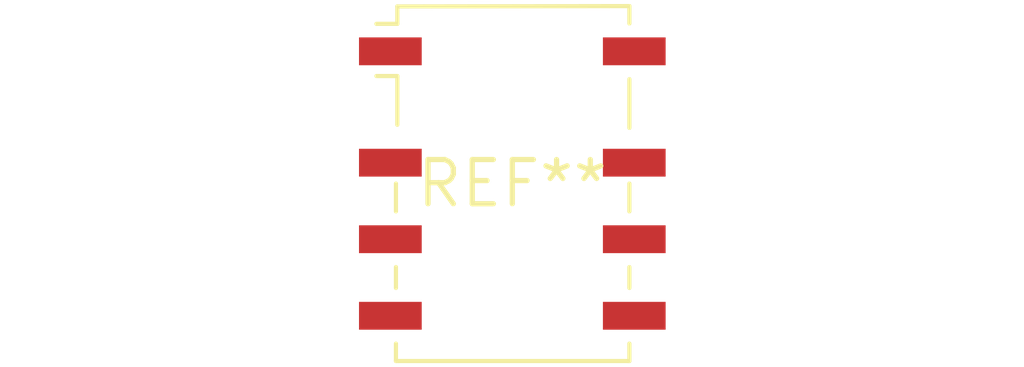
<source format=kicad_pcb>
(kicad_pcb (version 20240108) (generator pcbnew)
  (layers (0 "F.Cu" signal) (31 "B.Cu" signal) (34 "B.Paste" user) (35 "F.Paste" user) (36 "B.SilkS" user "B.Silkscreen") (37 "F.SilkS" user "F.Silkscreen") (38 "B.Mask" user) (39 "F.Mask" user) (44 "Edge.Cuts" user))
  (net 0 "")
  (footprint "Relay_DPDT_Omron_G6K-2F-Y" (layer "F.Cu") (at 0 0)
    (property "Reference" "REF**")
    (property "Value" "Relay_DPDT_Omron_G6K-2F-Y")
    (fp_line (start -3.34 0.8) (end -3.34 0) (layer "F.SilkS") (stroke (width 0.12)))
    (fp_line (start -3.34 3) (end -3.34 2.4) (layer "F.SilkS") (stroke (width 0.12)))
    (fp_line (start -3.34 5.1) (end -3.34 4.6) (layer "F.SilkS") (stroke (width 0.12)))
    (fp_line (start -3.3 -5.09) (end -3.3 -4.59) (layer "F.SilkS") (stroke (width 0.12)))
    (fp_line (start -3.3 -5.09) (end 3.36 -5.1) (layer "F.SilkS") (stroke (width 0.12)))
    (fp_line (start -3.3 -4.59) (end -3.9 -4.59) (layer "F.SilkS") (stroke (width 0.12)))
    (fp_line (start -3.3 -3.09) (end -3.9 -3.09) (layer "F.SilkS") (stroke (width 0.12)))
    (fp_line (start -3.3 -1.69) (end -3.3 -3.09) (layer "F.SilkS") (stroke (width 0.12)))
    (fp_line (start 3.36 -5.1) (end 3.36 -4.6) (layer "F.SilkS") (stroke (width 0.12)))
    (fp_line (start 3.36 -3) (end 3.36 -1.6) (layer "F.SilkS") (stroke (width 0.12)))
    (fp_line (start 3.36 0) (end 3.36 0.8) (layer "F.SilkS") (stroke (width 0.12)))
    (fp_line (start 3.36 2.4) (end 3.36 3) (layer "F.SilkS") (stroke (width 0.12)))
    (fp_line (start 3.36 4.6) (end 3.36 5.1) (layer "F.SilkS") (stroke (width 0.12)))
    (fp_line (start 3.36 5.1) (end -3.34 5.1) (layer "F.SilkS") (stroke (width 0.12)))
    (pad "1" smd rect (at -3.5 -3.8) (size 1.8 0.8) (layers "F.Cu" "F.Paste" "F.Mask"))
    (pad "2" smd rect (at -3.5 -0.6) (size 1.8 0.8) (layers "F.Cu" "F.Paste" "F.Mask"))
    (pad "3" smd rect (at -3.5 1.6) (size 1.8 0.8) (layers "F.Cu" "F.Paste" "F.Mask"))
    (pad "4" smd rect (at -3.5 3.8) (size 1.8 0.8) (layers "F.Cu" "F.Paste" "F.Mask"))
    (pad "5" smd rect (at 3.5 3.8) (size 1.8 0.8) (layers "F.Cu" "F.Paste" "F.Mask"))
    (pad "6" smd rect (at 3.5 1.6) (size 1.8 0.8) (layers "F.Cu" "F.Paste" "F.Mask"))
    (pad "7" smd rect (at 3.5 -0.6) (size 1.8 0.8) (layers "F.Cu" "F.Paste" "F.Mask"))
    (pad "8" smd rect (at 3.5 -3.8) (size 1.8 0.8) (layers "F.Cu" "F.Paste" "F.Mask"))
  )
)
</source>
